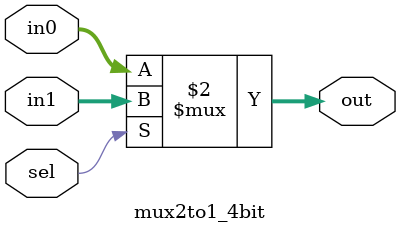
<source format=v>
module mux2to1_4bit (
    input wire [3:0] in0,  
    input wire [3:0] in1,  
    input wire sel,        
    output wire [3:0] out  
);

    assign out = (sel == 1'b0) ? in0 : in1;

endmodule

</source>
